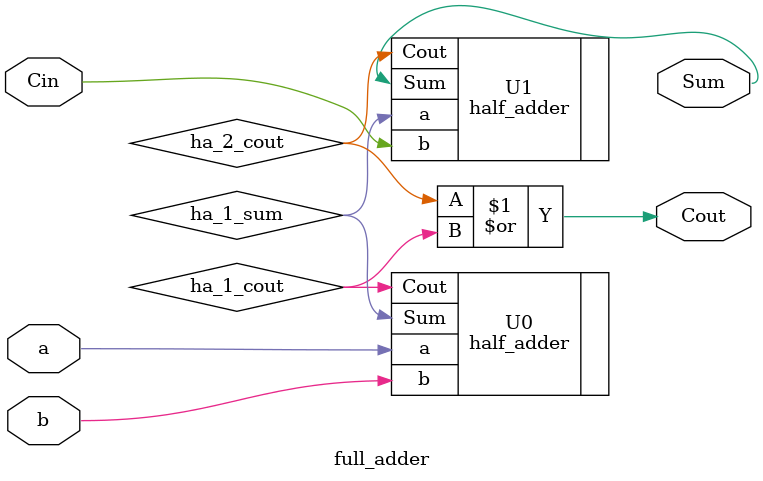
<source format=v>
`include "half_adder.v"

module full_adder(output wire Sum, Cout, input wire a, b, Cin);

    wire ha_1_sum, ha_1_cout, ha_2_cout;

    half_adder U0(.Sum(ha_1_sum), .Cout(ha_1_cout), .a(a), .b(b));
    half_adder U1(.Sum(Sum), .Cout(ha_2_cout), .a(ha_1_sum), .b(Cin));
    or U2(Cout, ha_2_cout, ha_1_cout);
endmodule
</source>
